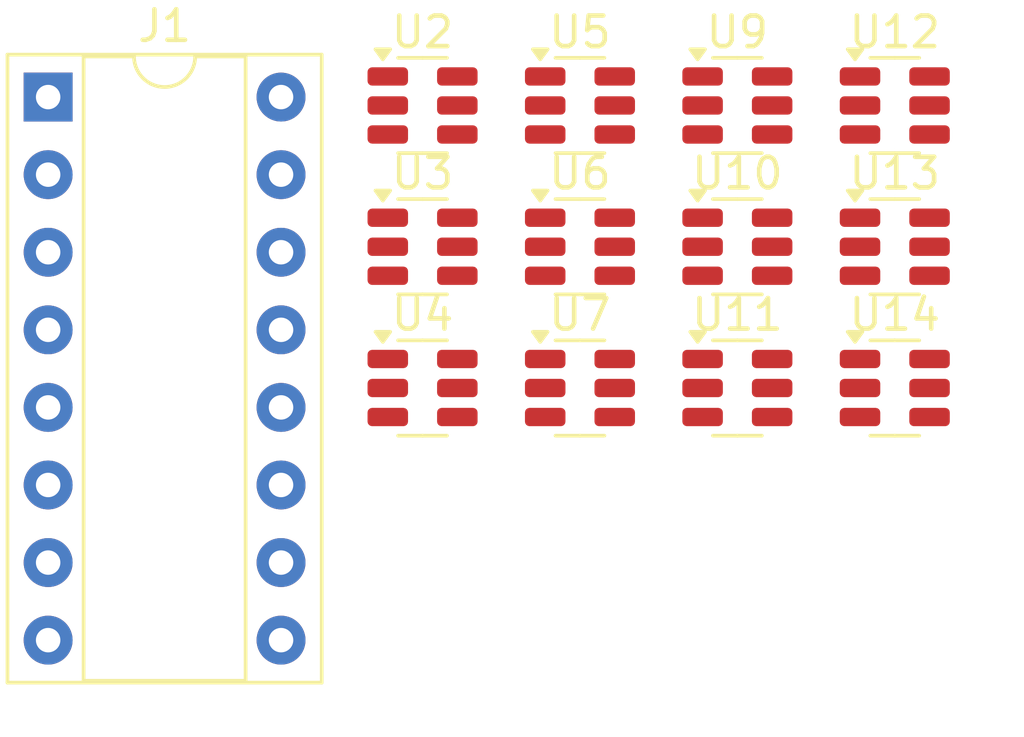
<source format=kicad_pcb>
(kicad_pcb (version 20240108) (generator "pcbnew") (generator_version "8.0")
  (layers (0 "F.Cu" signal) (31 "B.Cu" signal) (34 "B.Paste" user) (35 "F.Paste" user) (36 "B.SilkS" user "B.Silkscreen") (37 "F.SilkS" user "F.Silkscreen") (38 "B.Mask" user) (39 "F.Mask" user) (44 "Edge.Cuts" user))
  (net 0 "")
  (net 1 "GND")
  (net 2 "+5V")
  (net 3 "/DIV_OUT_7")
  (net 4 "/DIV_OUT_2")
  (net 5 "/DIV_OUT_5")
  (net 6 "/DIV_OUT_1")
  (net 7 "/DIV_OUT_6")
  (net 8 "/DIV_OUT_10")
  (net 9 "/DIV_OUT_12")
  (net 10 "/DIV_OUT_8")
  (net 11 "VCC")
  (net 12 "/DIV_OUT_3")
  (net 13 "/DIV_OUT_4")
  (net 14 "/DIV_OUT_9")
  (net 16 "/DIV_OUT_11")
  (net 18 "Net-(Q1-S)")
  (net 19 "/CLK_A")
  (net 23 "Net-(Q2-S)")
  (net 27 "Net-(Q3-S)")
  (net 28 "Net-(Q4-S)")
  (net 30 "/CLK_B")
  (net 34 "Net-(Q5-S)")
  (net 35 "Net-(Q6-S)")
  (net 38 "Net-(Q7-S)")
  (net 40 "/CLK_C")
  (net 44 "Net-(Q8-S)")
  (net 47 "Net-(Q9-S)")
  (net 50 "Net-(Q10-S)")
  (net 51 "/CLK_D")
  (net 52 "Net-(Q11-S)")
  (net 55 "Net-(Q12-S)")
  (footprint "Package_TO_SOT_SMD:SOT-23-6" (layer "F.Cu") (at 132.7645 76.922)
    (property "Reference" "U2" (at 0 -2.4 0) (layer "F.SilkS"))
    (property "Value" "ATtiny4-TS")
    (fp_line (start 0 -1.56) (end -0.8 -1.56) (stroke (width 0.12)) (layer "F.SilkS"))
    (fp_line (start 0 -1.56) (end 0.8 -1.56) (stroke (width 0.12)) (layer "F.SilkS"))
    (fp_line (start 0 1.56) (end -0.8 1.56) (stroke (width 0.12)) (layer "F.SilkS"))
    (fp_line (start 0 1.56) (end 0.8 1.56) (stroke (width 0.12)) (layer "F.SilkS"))
    (fp_poly (pts (xy -1.3 -1.51) (xy -1.54 -1.84) (xy -1.06 -1.84) (xy -1.3 -1.51)) (stroke (width 0.12)) (fill solid) (layer "F.SilkS"))
    (pad "1" smd roundrect (at -1.1375 -0.95) (size 1.325 0.6) (layers "F.Cu" "F.Paste" "F.Mask") (net 18 "Net-(Q1-S)"))
    (pad "2" smd roundrect (at -1.1375 0) (size 1.325 0.6) (layers "F.Cu" "F.Paste" "F.Mask") (net 1 "GND"))
    (pad "3" smd roundrect (at -1.1375 0.95) (size 1.325 0.6) (layers "F.Cu" "F.Paste" "F.Mask") (net 19 "/CLK_A"))
    (pad "4" smd roundrect (at 1.1375 0.95) (size 1.325 0.6) (layers "F.Cu" "F.Paste" "F.Mask"))
    (pad "5" smd roundrect (at 1.1375 0) (size 1.325 0.6) (layers "F.Cu" "F.Paste" "F.Mask") (net 2 "+5V"))
    (pad "6" smd roundrect (at 1.1375 -0.95) (size 1.325 0.6) (layers "F.Cu" "F.Paste" "F.Mask"))
  )
  (footprint "Package_TO_SOT_SMD:SOT-23-6" (layer "F.Cu") (at 132.7645 86.172)
    (property "Reference" "U4" (at 0 -2.4 0) (layer "F.SilkS"))
    (property "Value" "ATtiny4-TS")
    (fp_line (start 0 -1.56) (end -0.8 -1.56) (stroke (width 0.12)) (layer "F.SilkS"))
    (fp_line (start 0 -1.56) (end 0.8 -1.56) (stroke (width 0.12)) (layer "F.SilkS"))
    (fp_line (start 0 1.56) (end -0.8 1.56) (stroke (width 0.12)) (layer "F.SilkS"))
    (fp_line (start 0 1.56) (end 0.8 1.56) (stroke (width 0.12)) (layer "F.SilkS"))
    (fp_poly (pts (xy -1.3 -1.51) (xy -1.54 -1.84) (xy -1.06 -1.84) (xy -1.3 -1.51)) (stroke (width 0.12)) (fill solid) (layer "F.SilkS"))
    (pad "1" smd roundrect (at -1.1375 -0.95) (size 1.325 0.6) (layers "F.Cu" "F.Paste" "F.Mask") (net 27 "Net-(Q3-S)"))
    (pad "2" smd roundrect (at -1.1375 0) (size 1.325 0.6) (layers "F.Cu" "F.Paste" "F.Mask") (net 1 "GND"))
    (pad "3" smd roundrect (at -1.1375 0.95) (size 1.325 0.6) (layers "F.Cu" "F.Paste" "F.Mask") (net 19 "/CLK_A"))
    (pad "4" smd roundrect (at 1.1375 0.95) (size 1.325 0.6) (layers "F.Cu" "F.Paste" "F.Mask"))
    (pad "5" smd roundrect (at 1.1375 0) (size 1.325 0.6) (layers "F.Cu" "F.Paste" "F.Mask") (net 2 "+5V"))
    (pad "6" smd roundrect (at 1.1375 -0.95) (size 1.325 0.6) (layers "F.Cu" "F.Paste" "F.Mask"))
  )
  (footprint "Package_DIP:DIP-16_W7.62mm_Socket" (layer "F.Cu") (at 120.5145 76.647)
    (property "Reference" "J1" (at 3.81 -2.33 0) (layer "F.SilkS"))
    (property "Value" "DIP-16")
    (fp_line (start -1.33 -1.39) (end -1.33 19.17) (stroke (width 0.12)) (layer "F.SilkS"))
    (fp_line (start -1.33 19.17) (end 8.95 19.17) (stroke (width 0.12)) (layer "F.SilkS"))
    (fp_line (start 1.16 -1.33) (end 1.16 19.11) (stroke (width 0.12)) (layer "F.SilkS"))
    (fp_line (start 1.16 19.11) (end 6.46 19.11) (stroke (width 0.12)) (layer "F.SilkS"))
    (fp_line (start 2.81 -1.33) (end 1.16 -1.33) (stroke (width 0.12)) (layer "F.SilkS"))
    (fp_line (start 6.46 -1.33) (end 4.81 -1.33) (stroke (width 0.12)) (layer "F.SilkS"))
    (fp_line (start 6.46 19.11) (end 6.46 -1.33) (stroke (width 0.12)) (layer "F.SilkS"))
    (fp_line (start 8.95 -1.39) (end -1.33 -1.39) (stroke (width 0.12)) (layer "F.SilkS"))
    (fp_line (start 8.95 19.17) (end 8.95 -1.39) (stroke (width 0.12)) (layer "F.SilkS"))
    (fp_arc (start 4.81 -1.33) (mid 3.81 -0.33) (end 2.81 -1.33) (stroke (width 0.12)) (layer "F.SilkS"))
    (pad "1" thru_hole rect (at 0 0) (size 1.6 1.6) (drill 0.8) (layers "*.Cu" "*.Mask") (net 11 "VCC"))
    (pad "2" thru_hole oval (at 0 2.54) (size 1.6 1.6) (drill 0.8) (layers "*.Cu" "*.Mask"))
    (pad "3" thru_hole oval (at 0 5.08) (size 1.6 1.6) (drill 0.8) (layers "*.Cu" "*.Mask") (net 4 "/DIV_OUT_2"))
    (pad "4" thru_hole oval (at 0 7.62) (size 1.6 1.6) (drill 0.8) (layers "*.Cu" "*.Mask") (net 13 "/DIV_OUT_4"))
    (pad "5" thru_hole oval (at 0 10.16) (size 1.6 1.6) (drill 0.8) (layers "*.Cu" "*.Mask") (net 3 "/DIV_OUT_7"))
    (pad "6" thru_hole oval (at 0 12.7) (size 1.6 1.6) (drill 0.8) (layers "*.Cu" "*.Mask") (net 10 "/DIV_OUT_8"))
    (pad "7" thru_hole oval (at 0 15.24) (size 1.6 1.6) (drill 0.8) (layers "*.Cu" "*.Mask") (net 16 "/DIV_OUT_11"))
    (pad "8" thru_hole oval (at 0 17.78) (size 1.6 1.6) (drill 0.8) (layers "*.Cu" "*.Mask") (net 9 "/DIV_OUT_12"))
    (pad "9" thru_hole oval (at 7.62 17.78) (size 1.6 1.6) (drill 0.8) (layers "*.Cu" "*.Mask"))
    (pad "10" thru_hole oval (at 7.62 15.24) (size 1.6 1.6) (drill 0.8) (layers "*.Cu" "*.Mask") (net 1 "GND"))
    (pad "11" thru_hole oval (at 7.62 12.7) (size 1.6 1.6) (drill 0.8) (layers "*.Cu" "*.Mask") (net 8 "/DIV_OUT_10"))
    (pad "12" thru_hole oval (at 7.62 10.16) (size 1.6 1.6) (drill 0.8) (layers "*.Cu" "*.Mask") (net 14 "/DIV_OUT_9"))
    (pad "13" thru_hole oval (at 7.62 7.62) (size 1.6 1.6) (drill 0.8) (layers "*.Cu" "*.Mask") (net 7 "/DIV_OUT_6"))
    (pad "14" thru_hole oval (at 7.62 5.08) (size 1.6 1.6) (drill 0.8) (layers "*.Cu" "*.Mask") (net 5 "/DIV_OUT_5"))
    (pad "15" thru_hole oval (at 7.62 2.54) (size 1.6 1.6) (drill 0.8) (layers "*.Cu" "*.Mask") (net 12 "/DIV_OUT_3"))
    (pad "16" thru_hole oval (at 7.62 0) (size 1.6 1.6) (drill 0.8) (layers "*.Cu" "*.Mask") (net 6 "/DIV_OUT_1"))
  )
  (footprint "Package_TO_SOT_SMD:SOT-23-6" (layer "F.Cu") (at 137.9145 76.922)
    (property "Reference" "U5" (at 0 -2.4 0) (layer "F.SilkS"))
    (property "Value" "ATtiny4-TS")
    (fp_line (start 0 -1.56) (end -0.8 -1.56) (stroke (width 0.12)) (layer "F.SilkS"))
    (fp_line (start 0 -1.56) (end 0.8 -1.56) (stroke (width 0.12)) (layer "F.SilkS"))
    (fp_line (start 0 1.56) (end -0.8 1.56) (stroke (width 0.12)) (layer "F.SilkS"))
    (fp_line (start 0 1.56) (end 0.8 1.56) (stroke (width 0.12)) (layer "F.SilkS"))
    (fp_poly (pts (xy -1.3 -1.51) (xy -1.54 -1.84) (xy -1.06 -1.84) (xy -1.3 -1.51)) (stroke (width 0.12)) (fill solid) (layer "F.SilkS"))
    (pad "1" smd roundrect (at -1.1375 -0.95) (size 1.325 0.6) (layers "F.Cu" "F.Paste" "F.Mask") (net 28 "Net-(Q4-S)"))
    (pad "2" smd roundrect (at -1.1375 0) (size 1.325 0.6) (layers "F.Cu" "F.Paste" "F.Mask") (net 1 "GND"))
    (pad "3" smd roundrect (at -1.1375 0.95) (size 1.325 0.6) (layers "F.Cu" "F.Paste" "F.Mask") (net 30 "/CLK_B"))
    (pad "4" smd roundrect (at 1.1375 0.95) (size 1.325 0.6) (layers "F.Cu" "F.Paste" "F.Mask"))
    (pad "5" smd roundrect (at 1.1375 0) (size 1.325 0.6) (layers "F.Cu" "F.Paste" "F.Mask") (net 2 "+5V"))
    (pad "6" smd roundrect (at 1.1375 -0.95) (size 1.325 0.6) (layers "F.Cu" "F.Paste" "F.Mask"))
  )
  (footprint "Package_TO_SOT_SMD:SOT-23-6" (layer "F.Cu") (at 132.7645 81.547)
    (property "Reference" "U3" (at 0 -2.4 0) (layer "F.SilkS"))
    (property "Value" "ATtiny4-TS")
    (fp_line (start 0 -1.56) (end -0.8 -1.56) (stroke (width 0.12)) (layer "F.SilkS"))
    (fp_line (start 0 -1.56) (end 0.8 -1.56) (stroke (width 0.12)) (layer "F.SilkS"))
    (fp_line (start 0 1.56) (end -0.8 1.56) (stroke (width 0.12)) (layer "F.SilkS"))
    (fp_line (start 0 1.56) (end 0.8 1.56) (stroke (width 0.12)) (layer "F.SilkS"))
    (fp_poly (pts (xy -1.3 -1.51) (xy -1.54 -1.84) (xy -1.06 -1.84) (xy -1.3 -1.51)) (stroke (width 0.12)) (fill solid) (layer "F.SilkS"))
    (pad "1" smd roundrect (at -1.1375 -0.95) (size 1.325 0.6) (layers "F.Cu" "F.Paste" "F.Mask") (net 23 "Net-(Q2-S)"))
    (pad "2" smd roundrect (at -1.1375 0) (size 1.325 0.6) (layers "F.Cu" "F.Paste" "F.Mask") (net 1 "GND"))
    (pad "3" smd roundrect (at -1.1375 0.95) (size 1.325 0.6) (layers "F.Cu" "F.Paste" "F.Mask") (net 19 "/CLK_A"))
    (pad "4" smd roundrect (at 1.1375 0.95) (size 1.325 0.6) (layers "F.Cu" "F.Paste" "F.Mask"))
    (pad "5" smd roundrect (at 1.1375 0) (size 1.325 0.6) (layers "F.Cu" "F.Paste" "F.Mask") (net 2 "+5V"))
    (pad "6" smd roundrect (at 1.1375 -0.95) (size 1.325 0.6) (layers "F.Cu" "F.Paste" "F.Mask"))
  )
  (footprint "Package_TO_SOT_SMD:SOT-23-6" (layer "F.Cu") (at 148.2145 76.922)
    (property "Reference" "U12" (at 0 -2.4 0) (layer "F.SilkS"))
    (property "Value" "ATtiny4-TS")
    (fp_line (start 0 -1.56) (end -0.8 -1.56) (stroke (width 0.12)) (layer "F.SilkS"))
    (fp_line (start 0 -1.56) (end 0.8 -1.56) (stroke (width 0.12)) (layer "F.SilkS"))
    (fp_line (start 0 1.56) (end -0.8 1.56) (stroke (width 0.12)) (layer "F.SilkS"))
    (fp_line (start 0 1.56) (end 0.8 1.56) (stroke (width 0.12)) (layer "F.SilkS"))
    (fp_poly (pts (xy -1.3 -1.51) (xy -1.54 -1.84) (xy -1.06 -1.84) (xy -1.3 -1.51)) (stroke (width 0.12)) (fill solid) (layer "F.SilkS"))
    (pad "1" smd roundrect (at -1.1375 -0.95) (size 1.325 0.6) (layers "F.Cu" "F.Paste" "F.Mask") (net 50 "Net-(Q10-S)"))
    (pad "2" smd roundrect (at -1.1375 0) (size 1.325 0.6) (layers "F.Cu" "F.Paste" "F.Mask") (net 1 "GND"))
    (pad "3" smd roundrect (at -1.1375 0.95) (size 1.325 0.6) (layers "F.Cu" "F.Paste" "F.Mask") (net 51 "/CLK_D"))
    (pad "4" smd roundrect (at 1.1375 0.95) (size 1.325 0.6) (layers "F.Cu" "F.Paste" "F.Mask"))
    (pad "5" smd roundrect (at 1.1375 0) (size 1.325 0.6) (layers "F.Cu" "F.Paste" "F.Mask") (net 2 "+5V"))
    (pad "6" smd roundrect (at 1.1375 -0.95) (size 1.325 0.6) (layers "F.Cu" "F.Paste" "F.Mask"))
  )
  (footprint "Package_TO_SOT_SMD:SOT-23-6" (layer "F.Cu") (at 143.0645 81.547)
    (property "Reference" "U10" (at 0 -2.4 0) (layer "F.SilkS"))
    (property "Value" "ATtiny4-TS")
    (fp_line (start 0 -1.56) (end -0.8 -1.56) (stroke (width 0.12)) (layer "F.SilkS"))
    (fp_line (start 0 -1.56) (end 0.8 -1.56) (stroke (width 0.12)) (layer "F.SilkS"))
    (fp_line (start 0 1.56) (end -0.8 1.56) (stroke (width 0.12)) (layer "F.SilkS"))
    (fp_line (start 0 1.56) (end 0.8 1.56) (stroke (width 0.12)) (layer "F.SilkS"))
    (fp_poly (pts (xy -1.3 -1.51) (xy -1.54 -1.84) (xy -1.06 -1.84) (xy -1.3 -1.51)) (stroke (width 0.12)) (fill solid) (layer "F.SilkS"))
    (pad "1" smd roundrect (at -1.1375 -0.95) (size 1.325 0.6) (layers "F.Cu" "F.Paste" "F.Mask") (net 44 "Net-(Q8-S)"))
    (pad "2" smd roundrect (at -1.1375 0) (size 1.325 0.6) (layers "F.Cu" "F.Paste" "F.Mask") (net 1 "GND"))
    (pad "3" smd roundrect (at -1.1375 0.95) (size 1.325 0.6) (layers "F.Cu" "F.Paste" "F.Mask") (net 40 "/CLK_C"))
    (pad "4" smd roundrect (at 1.1375 0.95) (size 1.325 0.6) (layers "F.Cu" "F.Paste" "F.Mask"))
    (pad "5" smd roundrect (at 1.1375 0) (size 1.325 0.6) (layers "F.Cu" "F.Paste" "F.Mask") (net 2 "+5V"))
    (pad "6" smd roundrect (at 1.1375 -0.95) (size 1.325 0.6) (layers "F.Cu" "F.Paste" "F.Mask"))
  )
  (footprint "Package_TO_SOT_SMD:SOT-23-6" (layer "F.Cu") (at 143.0645 86.172)
    (property "Reference" "U11" (at 0 -2.4 0) (layer "F.SilkS"))
    (property "Value" "ATtiny4-TS")
    (fp_line (start 0 -1.56) (end -0.8 -1.56) (stroke (width 0.12)) (layer "F.SilkS"))
    (fp_line (start 0 -1.56) (end 0.8 -1.56) (stroke (width 0.12)) (layer "F.SilkS"))
    (fp_line (start 0 1.56) (end -0.8 1.56) (stroke (width 0.12)) (layer "F.SilkS"))
    (fp_line (start 0 1.56) (end 0.8 1.56) (stroke (width 0.12)) (layer "F.SilkS"))
    (fp_poly (pts (xy -1.3 -1.51) (xy -1.54 -1.84) (xy -1.06 -1.84) (xy -1.3 -1.51)) (stroke (width 0.12)) (fill solid) (layer "F.SilkS"))
    (pad "1" smd roundrect (at -1.1375 -0.95) (size 1.325 0.6) (layers "F.Cu" "F.Paste" "F.Mask") (net 47 "Net-(Q9-S)"))
    (pad "2" smd roundrect (at -1.1375 0) (size 1.325 0.6) (layers "F.Cu" "F.Paste" "F.Mask") (net 1 "GND"))
    (pad "3" smd roundrect (at -1.1375 0.95) (size 1.325 0.6) (layers "F.Cu" "F.Paste" "F.Mask") (net 40 "/CLK_C"))
    (pad "4" smd roundrect (at 1.1375 0.95) (size 1.325 0.6) (layers "F.Cu" "F.Paste" "F.Mask"))
    (pad "5" smd roundrect (at 1.1375 0) (size 1.325 0.6) (layers "F.Cu" "F.Paste" "F.Mask") (net 2 "+5V"))
    (pad "6" smd roundrect (at 1.1375 -0.95) (size 1.325 0.6) (layers "F.Cu" "F.Paste" "F.Mask"))
  )
  (footprint "Package_TO_SOT_SMD:SOT-23-6" (layer "F.Cu") (at 143.0645 76.922)
    (property "Reference" "U9" (at 0 -2.4 0) (layer "F.SilkS"))
    (property "Value" "ATtiny4-TS")
    (fp_line (start 0 -1.56) (end -0.8 -1.56) (stroke (width 0.12)) (layer "F.SilkS"))
    (fp_line (start 0 -1.56) (end 0.8 -1.56) (stroke (width 0.12)) (layer "F.SilkS"))
    (fp_line (start 0 1.56) (end -0.8 1.56) (stroke (width 0.12)) (layer "F.SilkS"))
    (fp_line (start 0 1.56) (end 0.8 1.56) (stroke (width 0.12)) (layer "F.SilkS"))
    (fp_poly (pts (xy -1.3 -1.51) (xy -1.54 -1.84) (xy -1.06 -1.84) (xy -1.3 -1.51)) (stroke (width 0.12)) (fill solid) (layer "F.SilkS"))
    (pad "1" smd roundrect (at -1.1375 -0.95) (size 1.325 0.6) (layers "F.Cu" "F.Paste" "F.Mask") (net 38 "Net-(Q7-S)"))
    (pad "2" smd roundrect (at -1.1375 0) (size 1.325 0.6) (layers "F.Cu" "F.Paste" "F.Mask") (net 1 "GND"))
    (pad "3" smd roundrect (at -1.1375 0.95) (size 1.325 0.6) (layers "F.Cu" "F.Paste" "F.Mask") (net 40 "/CLK_C"))
    (pad "4" smd roundrect (at 1.1375 0.95) (size 1.325 0.6) (layers "F.Cu" "F.Paste" "F.Mask"))
    (pad "5" smd roundrect (at 1.1375 0) (size 1.325 0.6) (layers "F.Cu" "F.Paste" "F.Mask") (net 2 "+5V"))
    (pad "6" smd roundrect (at 1.1375 -0.95) (size 1.325 0.6) (layers "F.Cu" "F.Paste" "F.Mask"))
  )
  (footprint "Package_TO_SOT_SMD:SOT-23-6" (layer "F.Cu") (at 148.2145 86.172)
    (property "Reference" "U14" (at 0 -2.4 0) (layer "F.SilkS"))
    (property "Value" "ATtiny4-TS")
    (fp_line (start 0 -1.56) (end -0.8 -1.56) (stroke (width 0.12)) (layer "F.SilkS"))
    (fp_line (start 0 -1.56) (end 0.8 -1.56) (stroke (width 0.12)) (layer "F.SilkS"))
    (fp_line (start 0 1.56) (end -0.8 1.56) (stroke (width 0.12)) (layer "F.SilkS"))
    (fp_line (start 0 1.56) (end 0.8 1.56) (stroke (width 0.12)) (layer "F.SilkS"))
    (fp_poly (pts (xy -1.3 -1.51) (xy -1.54 -1.84) (xy -1.06 -1.84) (xy -1.3 -1.51)) (stroke (width 0.12)) (fill solid) (layer "F.SilkS"))
    (pad "1" smd roundrect (at -1.1375 -0.95) (size 1.325 0.6) (layers "F.Cu" "F.Paste" "F.Mask") (net 55 "Net-(Q12-S)"))
    (pad "2" smd roundrect (at -1.1375 0) (size 1.325 0.6) (layers "F.Cu" "F.Paste" "F.Mask") (net 1 "GND"))
    (pad "3" smd roundrect (at -1.1375 0.95) (size 1.325 0.6) (layers "F.Cu" "F.Paste" "F.Mask") (net 51 "/CLK_D"))
    (pad "4" smd roundrect (at 1.1375 0.95) (size 1.325 0.6) (layers "F.Cu" "F.Paste" "F.Mask"))
    (pad "5" smd roundrect (at 1.1375 0) (size 1.325 0.6) (layers "F.Cu" "F.Paste" "F.Mask") (net 2 "+5V"))
    (pad "6" smd roundrect (at 1.1375 -0.95) (size 1.325 0.6) (layers "F.Cu" "F.Paste" "F.Mask"))
  )
  (footprint "Package_TO_SOT_SMD:SOT-23-6" (layer "F.Cu") (at 148.2145 81.547)
    (property "Reference" "U13" (at 0 -2.4 0) (layer "F.SilkS"))
    (property "Value" "ATtiny4-TS")
    (fp_line (start 0 -1.56) (end -0.8 -1.56) (stroke (width 0.12)) (layer "F.SilkS"))
    (fp_line (start 0 -1.56) (end 0.8 -1.56) (stroke (width 0.12)) (layer "F.SilkS"))
    (fp_line (start 0 1.56) (end -0.8 1.56) (stroke (width 0.12)) (layer "F.SilkS"))
    (fp_line (start 0 1.56) (end 0.8 1.56) (stroke (width 0.12)) (layer "F.SilkS"))
    (fp_poly (pts (xy -1.3 -1.51) (xy -1.54 -1.84) (xy -1.06 -1.84) (xy -1.3 -1.51)) (stroke (width 0.12)) (fill solid) (layer "F.SilkS"))
    (pad "1" smd roundrect (at -1.1375 -0.95) (size 1.325 0.6) (layers "F.Cu" "F.Paste" "F.Mask") (net 52 "Net-(Q11-S)"))
    (pad "2" smd roundrect (at -1.1375 0) (size 1.325 0.6) (layers "F.Cu" "F.Paste" "F.Mask") (net 1 "GND"))
    (pad "3" smd roundrect (at -1.1375 0.95) (size 1.325 0.6) (layers "F.Cu" "F.Paste" "F.Mask") (net 51 "/CLK_D"))
    (pad "4" smd roundrect (at 1.1375 0.95) (size 1.325 0.6) (layers "F.Cu" "F.Paste" "F.Mask"))
    (pad "5" smd roundrect (at 1.1375 0) (size 1.325 0.6) (layers "F.Cu" "F.Paste" "F.Mask") (net 2 "+5V"))
    (pad "6" smd roundrect (at 1.1375 -0.95) (size 1.325 0.6) (layers "F.Cu" "F.Paste" "F.Mask"))
  )
  (footprint "Package_TO_SOT_SMD:SOT-23-6" (layer "F.Cu") (at 137.9145 81.547)
    (property "Reference" "U6" (at 0 -2.4 0) (layer "F.SilkS"))
    (property "Value" "ATtiny4-TS")
    (fp_line (start 0 -1.56) (end -0.8 -1.56) (stroke (width 0.12)) (layer "F.SilkS"))
    (fp_line (start 0 -1.56) (end 0.8 -1.56) (stroke (width 0.12)) (layer "F.SilkS"))
    (fp_line (start 0 1.56) (end -0.8 1.56) (stroke (width 0.12)) (layer "F.SilkS"))
    (fp_line (start 0 1.56) (end 0.8 1.56) (stroke (width 0.12)) (layer "F.SilkS"))
    (fp_poly (pts (xy -1.3 -1.51) (xy -1.54 -1.84) (xy -1.06 -1.84) (xy -1.3 -1.51)) (stroke (width 0.12)) (fill solid) (layer "F.SilkS"))
    (pad "1" smd roundrect (at -1.1375 -0.95) (size 1.325 0.6) (layers "F.Cu" "F.Paste" "F.Mask") (net 34 "Net-(Q5-S)"))
    (pad "2" smd roundrect (at -1.1375 0) (size 1.325 0.6) (layers "F.Cu" "F.Paste" "F.Mask") (net 1 "GND"))
    (pad "3" smd roundrect (at -1.1375 0.95) (size 1.325 0.6) (layers "F.Cu" "F.Paste" "F.Mask") (net 30 "/CLK_B"))
    (pad "4" smd roundrect (at 1.1375 0.95) (size 1.325 0.6) (layers "F.Cu" "F.Paste" "F.Mask"))
    (pad "5" smd roundrect (at 1.1375 0) (size 1.325 0.6) (layers "F.Cu" "F.Paste" "F.Mask") (net 2 "+5V"))
    (pad "6" smd roundrect (at 1.1375 -0.95) (size 1.325 0.6) (layers "F.Cu" "F.Paste" "F.Mask"))
  )
  (footprint "Package_TO_SOT_SMD:SOT-23-6" (layer "F.Cu") (at 137.9145 86.172)
    (property "Reference" "U7" (at 0 -2.4 0) (layer "F.SilkS"))
    (property "Value" "ATtiny4-TS")
    (fp_line (start 0 -1.56) (end -0.8 -1.56) (stroke (width 0.12)) (layer "F.SilkS"))
    (fp_line (start 0 -1.56) (end 0.8 -1.56) (stroke (width 0.12)) (layer "F.SilkS"))
    (fp_line (start 0 1.56) (end -0.8 1.56) (stroke (width 0.12)) (layer "F.SilkS"))
    (fp_line (start 0 1.56) (end 0.8 1.56) (stroke (width 0.12)) (layer "F.SilkS"))
    (fp_poly (pts (xy -1.3 -1.51) (xy -1.54 -1.84) (xy -1.06 -1.84) (xy -1.3 -1.51)) (stroke (width 0.12)) (fill solid) (layer "F.SilkS"))
    (pad "1" smd roundrect (at -1.1375 -0.95) (size 1.325 0.6) (layers "F.Cu" "F.Paste" "F.Mask") (net 35 "Net-(Q6-S)"))
    (pad "2" smd roundrect (at -1.1375 0) (size 1.325 0.6) (layers "F.Cu" "F.Paste" "F.Mask") (net 1 "GND"))
    (pad "3" smd roundrect (at -1.1375 0.95) (size 1.325 0.6) (layers "F.Cu" "F.Paste" "F.Mask") (net 30 "/CLK_B"))
    (pad "4" smd roundrect (at 1.1375 0.95) (size 1.325 0.6) (layers "F.Cu" "F.Paste" "F.Mask"))
    (pad "5" smd roundrect (at 1.1375 0) (size 1.325 0.6) (layers "F.Cu" "F.Paste" "F.Mask") (net 2 "+5V"))
    (pad "6" smd roundrect (at 1.1375 -0.95) (size 1.325 0.6) (layers "F.Cu" "F.Paste" "F.Mask"))
  )
)
</source>
